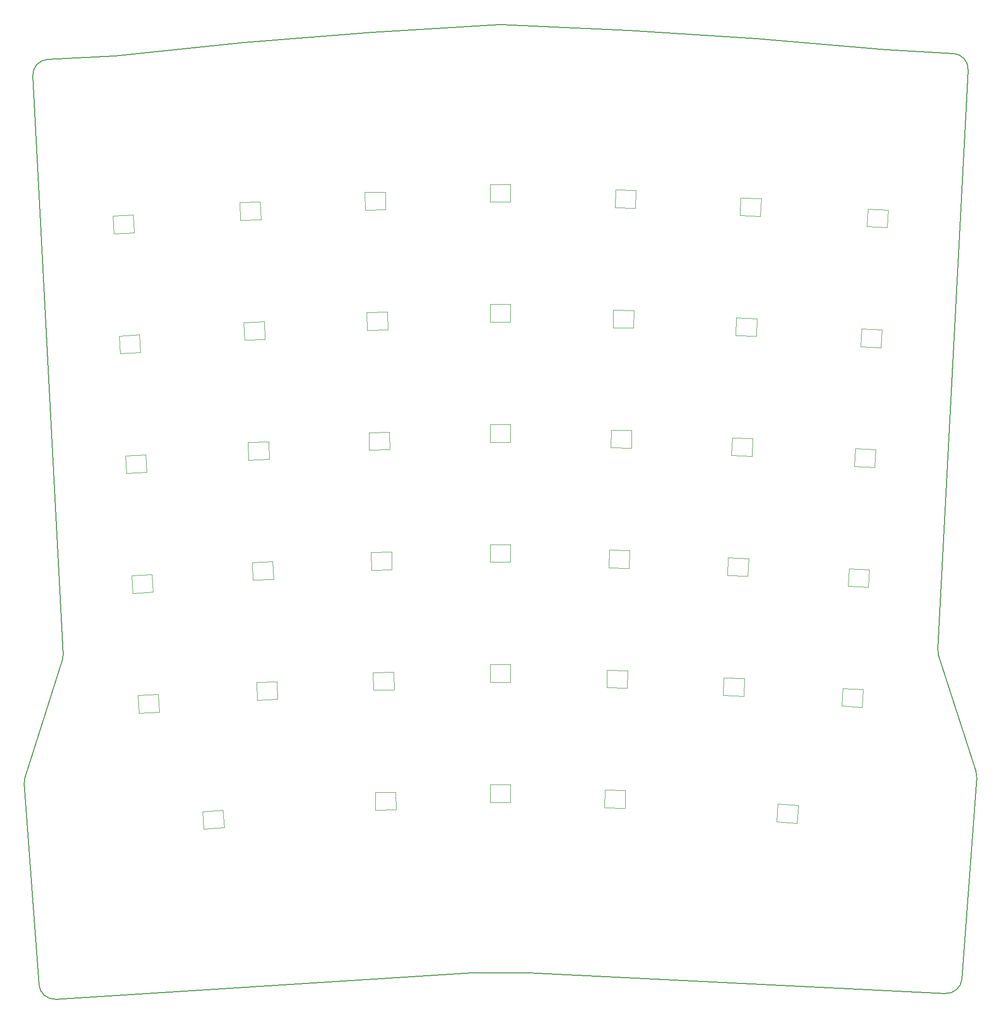
<source format=gbr>
%TF.GenerationSoftware,KiCad,Pcbnew,9.0.7*%
%TF.CreationDate,2026-01-25T01:50:45-05:00*%
%TF.ProjectId,travis_erg2026-v1,74726176-6973-45f6-9572-67323032362d,2026.01.24*%
%TF.SameCoordinates,Original*%
%TF.FileFunction,Profile,NP*%
%FSLAX46Y46*%
G04 Gerber Fmt 4.6, Leading zero omitted, Abs format (unit mm)*
G04 Created by KiCad (PCBNEW 9.0.7) date 2026-01-25 01:50:45*
%MOMM*%
%LPD*%
G01*
G04 APERTURE LIST*
%TA.AperFunction,Profile*%
%ADD10C,0.150000*%
%TD*%
%TA.AperFunction,Profile*%
%ADD11C,0.120000*%
%TD*%
G04 APERTURE END LIST*
D10*
X132468004Y-56148340D02*
G75*
G02*
X132515930Y-56150936I-124104J-2735260D01*
G01*
X189515089Y-60181916D02*
G75*
G02*
X192117380Y-63072071I-143889J-2746184D01*
G01*
X193493253Y-186050632D02*
X186923752Y-165600277D01*
X193493253Y-186050632D02*
G75*
G02*
X193617692Y-187092282I-2618453J-841068D01*
G01*
X177707919Y-59561417D02*
X154994095Y-57566039D01*
X132468004Y-56148340D02*
X110148751Y-55134779D01*
X65058547Y-58265649D02*
G75*
G02*
X65125743Y-58259540I283853J-2749651D01*
G01*
X105247452Y-221428140D02*
X114776689Y-221428140D01*
X189515089Y-60181916D02*
X177804652Y-59568198D01*
X31968379Y-226039964D02*
G75*
G02*
X29052778Y-223495975I-172919J2744564D01*
G01*
X105074519Y-221433583D02*
G75*
G02*
X105247452Y-221428138I173081J-2748317D01*
G01*
X87509739Y-56501076D02*
X65125743Y-58259539D01*
X27967551Y-64120037D02*
X33289205Y-165663237D01*
X191029453Y-222485264D02*
G75*
G02*
X188151772Y-225031360I-2742653J200564D01*
G01*
X26467239Y-188140248D02*
X29052770Y-223495976D01*
X42259261Y-60617266D02*
X30569858Y-61229882D01*
X114911695Y-221431456D02*
X188151771Y-225031379D01*
X186923752Y-165600277D02*
G75*
G02*
X186795749Y-164615272I2618348J841077D01*
G01*
X42397907Y-60606479D02*
G75*
G02*
X42259261Y-60617265I-282307J2732479D01*
G01*
X109856503Y-55137053D02*
G75*
G02*
X110148751Y-55134778I167497J-2744947D01*
G01*
X114776689Y-221428140D02*
G75*
G02*
X114911695Y-221431456I11J-2749560D01*
G01*
X186795742Y-164615272D02*
X192117396Y-63072072D01*
X191029453Y-222485264D02*
X193617708Y-187092283D01*
X33161195Y-166648242D02*
X26591694Y-187098598D01*
X65058547Y-58265649D02*
X42397907Y-60606479D01*
X154926118Y-57560916D02*
G75*
G02*
X154994095Y-57566039I-172818J-2746784D01*
G01*
X87509739Y-56501076D02*
G75*
G02*
X87557619Y-56497734I215361J-2741024D01*
G01*
X26467239Y-188140248D02*
G75*
G02*
X26591693Y-187098598I2742861J200548D01*
G01*
X27967551Y-64120037D02*
G75*
G02*
X30569858Y-61229878I2746199J143957D01*
G01*
X177804652Y-59568198D02*
G75*
G02*
X177707919Y-59561418I143848J2745798D01*
G01*
X31968379Y-226039964D02*
X105074519Y-221433583D01*
X109856503Y-55137053D02*
X87557619Y-56497735D01*
X33289205Y-165663237D02*
G75*
G02*
X33161189Y-166648240I-2745805J-143963D01*
G01*
X154926118Y-57560916D02*
X132515930Y-56150936D01*
D11*
%TO.C,LED8*%
X86957612Y-126634932D02*
X87011714Y-129734460D01*
X87011714Y-129734460D02*
X90611166Y-129671632D01*
X90557064Y-126572104D02*
X86957612Y-126634932D01*
X90611166Y-129671632D02*
X90557064Y-126572104D01*
%TO.C,LED6*%
X64270915Y-86322935D02*
X64379104Y-89421047D01*
X64379104Y-89421047D02*
X67976911Y-89295409D01*
X67868722Y-86197297D02*
X64270915Y-86322935D01*
X67976911Y-89295409D02*
X67868722Y-86197297D01*
%TO.C,LED28*%
X87324985Y-147681726D02*
X87379087Y-150781254D01*
X87379087Y-150781254D02*
X90978539Y-150718426D01*
X90924437Y-147618898D02*
X87324985Y-147681726D01*
X90978539Y-150718426D02*
X90924437Y-147618898D01*
%TO.C,LED37*%
X151340702Y-109633460D02*
X154938509Y-109759098D01*
X151448891Y-106535348D02*
X151340702Y-109633460D01*
X154938509Y-109759098D02*
X155046698Y-106660986D01*
X155046698Y-106660986D02*
X151448891Y-106535348D01*
%TO.C,LED11*%
X108202567Y-125243140D02*
X108202567Y-128343140D01*
X108202567Y-128343140D02*
X111802567Y-128343140D01*
X111802567Y-125243140D02*
X108202567Y-125243140D01*
X111802567Y-128343140D02*
X111802567Y-125243140D01*
%TO.C,LED35*%
X129781846Y-108275070D02*
X133381298Y-108337898D01*
X129835948Y-105175542D02*
X129781846Y-108275070D01*
X133381298Y-108337898D02*
X133435400Y-105238370D01*
X133435400Y-105238370D02*
X129835948Y-105175542D01*
%TO.C,LED31*%
X108202567Y-146293140D02*
X108202567Y-149393140D01*
X108202567Y-149393140D02*
X111802567Y-149393140D01*
X111802567Y-146293140D02*
X108202567Y-146293140D01*
X111802567Y-149393140D02*
X111802567Y-146293140D01*
%TO.C,LED10*%
X108202567Y-167343140D02*
X108202567Y-170443140D01*
X108202567Y-170443140D02*
X111802567Y-170443140D01*
X111802567Y-167343140D02*
X108202567Y-167343140D01*
X111802567Y-170443140D02*
X111802567Y-167343140D01*
%TO.C,LED40*%
X173228587Y-111564965D02*
X176823653Y-111753375D01*
X173390829Y-108469213D02*
X173228587Y-111564965D01*
X176823653Y-111753375D02*
X176985895Y-108657623D01*
X176985895Y-108657623D02*
X173390829Y-108469213D01*
%TO.C,LED19*%
X169923572Y-174628421D02*
X173518638Y-174816831D01*
X170085814Y-171532669D02*
X169923572Y-174628421D01*
X173518638Y-174816831D02*
X173680880Y-171721079D01*
X173680880Y-171721079D02*
X170085814Y-171532669D01*
%TO.C,LED20*%
X172126916Y-132586117D02*
X175721982Y-132774527D01*
X172289158Y-129490365D02*
X172126916Y-132586117D01*
X175721982Y-132774527D02*
X175884224Y-129678775D01*
X175884224Y-129678775D02*
X172289158Y-129490365D01*
%TO.C,LED5*%
X65740183Y-128397288D02*
X65848372Y-131495400D01*
X65848372Y-131495400D02*
X69446179Y-131369762D01*
X69337990Y-128271650D02*
X65740183Y-128397288D01*
X69446179Y-131369762D02*
X69337990Y-128271650D01*
%TO.C,LED26*%
X65005549Y-107360111D02*
X65113738Y-110458223D01*
X65113738Y-110458223D02*
X68711545Y-110332585D01*
X68603356Y-107234473D02*
X65005549Y-107360111D01*
X68711545Y-110332585D02*
X68603356Y-107234473D01*
%TO.C,LED4*%
X67209452Y-170471642D02*
X67317641Y-173569754D01*
X67317641Y-173569754D02*
X70915448Y-173444116D01*
X70807259Y-170346004D02*
X67209452Y-170471642D01*
X70915448Y-173444116D02*
X70807259Y-170346004D01*
%TO.C,LED24*%
X43099052Y-109705589D02*
X43261294Y-112801341D01*
X43261294Y-112801341D02*
X46856360Y-112612931D01*
X46694118Y-109517179D02*
X43099052Y-109705589D01*
X46856360Y-112612931D02*
X46694118Y-109517179D01*
%TO.C,LED23*%
X45302395Y-151747892D02*
X45464637Y-154843644D01*
X45464637Y-154843644D02*
X49059703Y-154655234D01*
X48897461Y-151559482D02*
X45302395Y-151747892D01*
X49059703Y-154655234D02*
X48897461Y-151559482D01*
%TO.C,LED2*%
X44200724Y-130726740D02*
X44362966Y-133822492D01*
X44362966Y-133822492D02*
X47958032Y-133634082D01*
X47795790Y-130538330D02*
X44200724Y-130726740D01*
X47958032Y-133634082D02*
X47795790Y-130538330D01*
%TO.C,LED29*%
X86590239Y-105588138D02*
X86644341Y-108687666D01*
X86644341Y-108687666D02*
X90243793Y-108624838D01*
X90189691Y-105525310D02*
X86590239Y-105588138D01*
X90243793Y-108624838D02*
X90189691Y-105525310D01*
%TO.C,LED38*%
X158515940Y-194900112D02*
X162107171Y-195151235D01*
X158732185Y-191807663D02*
X158515940Y-194900112D01*
X162107171Y-195151235D02*
X162323416Y-192058786D01*
X162323416Y-192058786D02*
X158732185Y-191807663D01*
%TO.C,LED3*%
X41997380Y-88684437D02*
X42159622Y-91780189D01*
X42159622Y-91780189D02*
X45754688Y-91591779D01*
X45592446Y-88496027D02*
X41997380Y-88684437D01*
X45754688Y-91591779D02*
X45592446Y-88496027D01*
%TO.C,LED7*%
X87692359Y-168728520D02*
X87746461Y-171828048D01*
X87746461Y-171828048D02*
X91345913Y-171765220D01*
X91291811Y-168665692D02*
X87692359Y-168728520D01*
X91345913Y-171765220D02*
X91291811Y-168665692D01*
%TO.C,LED22*%
X57761531Y-193106751D02*
X57977776Y-196199200D01*
X57977776Y-196199200D02*
X61569007Y-195948077D01*
X61352762Y-192855628D02*
X57761531Y-193106751D01*
X61569007Y-195948077D02*
X61352762Y-192855628D01*
%TO.C,LED30*%
X108202567Y-188393140D02*
X108202567Y-191493140D01*
X108202567Y-191493140D02*
X111802567Y-191493140D01*
X111802567Y-188393140D02*
X108202567Y-188393140D01*
X111802567Y-191493140D02*
X111802567Y-188393140D01*
%TO.C,LED25*%
X66474818Y-149434465D02*
X66583007Y-152532577D01*
X66583007Y-152532577D02*
X70180814Y-152406939D01*
X70072625Y-149308827D02*
X66474818Y-149434465D01*
X70180814Y-152406939D02*
X70072625Y-149308827D01*
%TO.C,LED39*%
X171025244Y-153607269D02*
X174620310Y-153795679D01*
X171187486Y-150511517D02*
X171025244Y-153607269D01*
X174620310Y-153795679D02*
X174782552Y-150699927D01*
X174782552Y-150699927D02*
X171187486Y-150511517D01*
%TO.C,LED36*%
X149871433Y-151707814D02*
X153469240Y-151833452D01*
X149979622Y-148609702D02*
X149871433Y-151707814D01*
X153469240Y-151833452D02*
X153577429Y-148735340D01*
X153577429Y-148735340D02*
X149979622Y-148609702D01*
%TO.C,LED33*%
X128312354Y-192462246D02*
X131911806Y-192525074D01*
X128366456Y-189362718D02*
X128312354Y-192462246D01*
X131911806Y-192525074D02*
X131965908Y-189425546D01*
X131965908Y-189425546D02*
X128366456Y-189362718D01*
%TO.C,LED1*%
X46404067Y-172769044D02*
X46566309Y-175864796D01*
X46566309Y-175864796D02*
X50161375Y-175676386D01*
X49999133Y-172580634D02*
X46404067Y-172769044D01*
X50161375Y-175676386D02*
X49999133Y-172580634D01*
%TO.C,LED15*%
X130149220Y-87228276D02*
X133748672Y-87291104D01*
X130203322Y-84128748D02*
X130149220Y-87228276D01*
X133748672Y-87291104D02*
X133802774Y-84191576D01*
X133802774Y-84191576D02*
X130203322Y-84128748D01*
%TO.C,LED16*%
X149136798Y-172744990D02*
X152734605Y-172870628D01*
X149244987Y-169646878D02*
X149136798Y-172744990D01*
X152734605Y-172870628D02*
X152842794Y-169772516D01*
X152842794Y-169772516D02*
X149244987Y-169646878D01*
%TO.C,LED18*%
X152075336Y-88596283D02*
X155673143Y-88721921D01*
X152183525Y-85498171D02*
X152075336Y-88596283D01*
X155673143Y-88721921D02*
X155781332Y-85623809D01*
X155781332Y-85623809D02*
X152183525Y-85498171D01*
%TO.C,LED34*%
X129047100Y-150368658D02*
X132646552Y-150431486D01*
X129101202Y-147269130D02*
X129047100Y-150368658D01*
X132646552Y-150431486D02*
X132700654Y-147331958D01*
X132700654Y-147331958D02*
X129101202Y-147269130D01*
%TO.C,LED9*%
X86222866Y-84541344D02*
X86276968Y-87640872D01*
X86276968Y-87640872D02*
X89876420Y-87578044D01*
X89822318Y-84478516D02*
X86222866Y-84541344D01*
X89876420Y-87578044D02*
X89822318Y-84478516D01*
%TO.C,LED32*%
X108202567Y-104193140D02*
X108202567Y-107293140D01*
X108202567Y-107293140D02*
X111802567Y-107293140D01*
X111802567Y-104193140D02*
X108202567Y-104193140D01*
X111802567Y-107293140D02*
X111802567Y-104193140D01*
%TO.C,LED21*%
X174330259Y-90543814D02*
X177925325Y-90732224D01*
X174492501Y-87448062D02*
X174330259Y-90543814D01*
X177925325Y-90732224D02*
X178087567Y-87636472D01*
X178087567Y-87636472D02*
X174492501Y-87448062D01*
%TO.C,LED14*%
X129414473Y-129321864D02*
X133013925Y-129384692D01*
X129468575Y-126222336D02*
X129414473Y-129321864D01*
X133013925Y-129384692D02*
X133068027Y-126285164D01*
X133068027Y-126285164D02*
X129468575Y-126222336D01*
%TO.C,LED17*%
X150606067Y-130670637D02*
X154203874Y-130796275D01*
X150714256Y-127572525D02*
X150606067Y-130670637D01*
X154203874Y-130796275D02*
X154312063Y-127698163D01*
X154312063Y-127698163D02*
X150714256Y-127572525D01*
%TO.C,LED13*%
X128679727Y-171415452D02*
X132279179Y-171478280D01*
X128733829Y-168315924D02*
X128679727Y-171415452D01*
X132279179Y-171478280D02*
X132333281Y-168378752D01*
X132333281Y-168378752D02*
X128733829Y-168315924D01*
%TO.C,LED12*%
X108202567Y-83143140D02*
X108202567Y-86243140D01*
X108202567Y-86243140D02*
X111802567Y-86243140D01*
X111802567Y-83143140D02*
X108202567Y-83143140D01*
X111802567Y-86243140D02*
X111802567Y-83143140D01*
%TO.C,LED27*%
X88059732Y-189775314D02*
X88113834Y-192874842D01*
X88113834Y-192874842D02*
X91713286Y-192812014D01*
X91659184Y-189712486D02*
X88059732Y-189775314D01*
X91713286Y-192812014D02*
X91659184Y-189712486D01*
%TD*%
M02*

</source>
